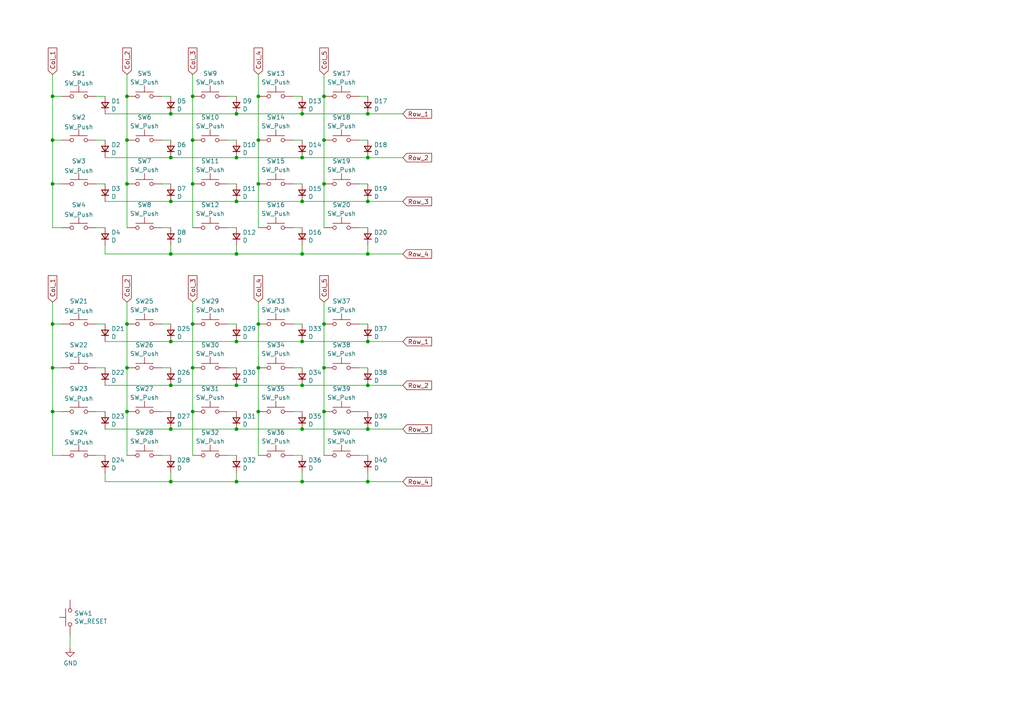
<source format=kicad_sch>
(kicad_sch (version 20230121) (generator eeschema)
  (paper "A4")
  (lib_symbols
    (symbol "Device:D_Small" (pin_numbers hide) (pin_names (offset 0.254) hide)
      (property "Reference" "D" (at -1.27 2.032 0))
      (property "Value" "D_Small" (at -3.81 -2.032 0))
      (symbol "D_Small_0_1"
        (polyline (pts (xy -0.762 -1.016) (xy -0.762 1.016)) (stroke (width 0.254)))
        (polyline (pts (xy -0.762 0) (xy 0.762 0)))
        (polyline (pts (xy 0.762 -1.016) (xy -0.762 0) (xy 0.762 1.016) (xy 0.762 -1.016)) (stroke (width 0.254)))
      )
      (symbol "D_Small_1_1"
        (pin passive line (at -2.54 0 0) (length 1.778) (name "K") (number "1"))
        (pin passive line (at 2.54 0 180) (length 1.778) (name "A") (number "2"))
      )
    )
    (symbol "Switch:SW_Push" (pin_numbers hide) (pin_names (offset 1.016) hide)
      (property "Reference" "SW" (at 1.27 2.54 0))
      (property "Value" "SW_Push" (at 0 -1.524 0))
      (symbol "SW_Push_0_1"
        (circle (center -2.032 0) (radius 0.508))
        (polyline (pts (xy 0 1.27) (xy 0 3.048)))
        (polyline (pts (xy 2.54 1.27) (xy -2.54 1.27)))
        (circle (center 2.032 0) (radius 0.508))
        (pin passive line (at -5.08 0 0) (length 2.54) (name "1") (number "1"))
        (pin passive line (at 5.08 0 180) (length 2.54) (name "2") (number "2"))
      )
    )
    (symbol "power:GND" (power) (pin_names (offset 0))
      (property "Value" "GND" (at 0 -3.81 0))
      (symbol "GND_0_1"
        (polyline (pts (xy 0 0) (xy 0 -1.27) (xy 1.27 -1.27) (xy 0 -2.54) (xy -1.27 -1.27) (xy 0 -1.27)))
      )
      (symbol "GND_1_1"
        (pin power_in line (at 0 0 270) (length 0) hide (name "GND") (number "1"))
      )
    )
  )
  (junction (at 74.93 53.34))
  (junction (at 68.58 111.76))
  (junction (at 68.58 45.72))
  (junction (at 55.88 119.38))
  (junction (at 15.24 93.98))
  (junction (at 87.63 73.66))
  (junction (at 68.58 139.7))
  (junction (at 68.58 99.06))
  (junction (at 87.63 33.02))
  (junction (at 106.68 111.76))
  (junction (at 36.83 106.68))
  (junction (at 49.53 58.42))
  (junction (at 36.83 119.38))
  (junction (at 106.68 45.72))
  (junction (at 93.98 27.94))
  (junction (at 49.53 73.66))
  (junction (at 55.88 53.34))
  (junction (at 87.63 58.42))
  (junction (at 106.68 73.66))
  (junction (at 55.88 40.64))
  (junction (at 87.63 111.76))
  (junction (at 93.98 119.38))
  (junction (at 36.83 93.98))
  (junction (at 68.58 124.46))
  (junction (at 106.68 139.7))
  (junction (at 36.83 53.34))
  (junction (at 15.24 53.34))
  (junction (at 74.93 40.64))
  (junction (at 15.24 119.38))
  (junction (at 74.93 93.98))
  (junction (at 87.63 45.72))
  (junction (at 15.24 106.68))
  (junction (at 93.98 53.34))
  (junction (at 49.53 99.06))
  (junction (at 106.68 58.42))
  (junction (at 55.88 106.68))
  (junction (at 74.93 27.94))
  (junction (at 55.88 93.98))
  (junction (at 93.98 93.98))
  (junction (at 93.98 106.68))
  (junction (at 49.53 139.7))
  (junction (at 106.68 124.46))
  (junction (at 106.68 33.02))
  (junction (at 49.53 33.02))
  (junction (at 15.24 27.94))
  (junction (at 68.58 58.42))
  (junction (at 106.68 99.06))
  (junction (at 49.53 124.46))
  (junction (at 55.88 27.94))
  (junction (at 68.58 73.66))
  (junction (at 74.93 106.68))
  (junction (at 87.63 99.06))
  (junction (at 68.58 33.02))
  (junction (at 49.53 45.72))
  (junction (at 15.24 40.64))
  (junction (at 36.83 40.64))
  (junction (at 87.63 124.46))
  (junction (at 36.83 27.94))
  (junction (at 93.98 40.64))
  (junction (at 49.53 111.76))
  (junction (at 74.93 119.38))
  (junction (at 87.63 139.7))
  (wire (pts (xy 93.98 93.98) (xy 93.98 106.68)))
  (wire (pts (xy 66.04 106.68) (xy 68.58 106.68)))
  (wire (pts (xy 55.88 119.38) (xy 55.88 132.08)))
  (wire (pts (xy 74.93 106.68) (xy 74.93 119.38)))
  (wire (pts (xy 68.58 73.66) (xy 87.63 73.66)))
  (wire (pts (xy 49.53 58.42) (xy 68.58 58.42)))
  (wire (pts (xy 27.94 27.94) (xy 30.48 27.94)))
  (wire (pts (xy 87.63 111.76) (xy 106.68 111.76)))
  (wire (pts (xy 104.14 106.68) (xy 106.68 106.68)))
  (wire (pts (xy 55.88 40.64) (xy 55.88 53.34)))
  (wire (pts (xy 30.48 111.76) (xy 49.53 111.76)))
  (wire (pts (xy 46.99 53.34) (xy 49.53 53.34)))
  (wire (pts (xy 27.94 66.04) (xy 30.48 66.04)))
  (wire (pts (xy 66.04 27.94) (xy 68.58 27.94)))
  (wire (pts (xy 93.98 53.34) (xy 93.98 66.04)))
  (wire (pts (xy 46.99 93.98) (xy 49.53 93.98)))
  (wire (pts (xy 36.83 27.94) (xy 36.83 40.64)))
  (wire (pts (xy 15.24 106.68) (xy 17.78 106.68)))
  (wire (pts (xy 15.24 27.94) (xy 17.78 27.94)))
  (wire (pts (xy 46.99 106.68) (xy 49.53 106.68)))
  (wire (pts (xy 85.09 132.08) (xy 87.63 132.08)))
  (wire (pts (xy 49.53 33.02) (xy 68.58 33.02)))
  (wire (pts (xy 15.24 119.38) (xy 17.78 119.38)))
  (wire (pts (xy 106.68 99.06) (xy 116.84 99.06)))
  (wire (pts (xy 20.32 184.15) (xy 20.32 187.96)))
  (wire (pts (xy 104.14 66.04) (xy 106.68 66.04)))
  (wire (pts (xy 85.09 66.04) (xy 87.63 66.04)))
  (wire (pts (xy 55.88 27.94) (xy 55.88 40.64)))
  (wire (pts (xy 85.09 40.64) (xy 87.63 40.64)))
  (wire (pts (xy 68.58 137.16) (xy 68.58 139.7)))
  (wire (pts (xy 93.98 119.38) (xy 93.98 132.08)))
  (wire (pts (xy 15.24 93.98) (xy 15.24 106.68)))
  (wire (pts (xy 15.24 66.04) (xy 17.78 66.04)))
  (wire (pts (xy 106.68 45.72) (xy 116.84 45.72)))
  (wire (pts (xy 74.93 53.34) (xy 74.93 66.04)))
  (wire (pts (xy 106.68 58.42) (xy 116.84 58.42)))
  (wire (pts (xy 106.68 71.12) (xy 106.68 73.66)))
  (wire (pts (xy 74.93 21.59) (xy 74.93 27.94)))
  (wire (pts (xy 30.48 139.7) (xy 49.53 139.7)))
  (wire (pts (xy 55.88 21.59) (xy 55.88 27.94)))
  (wire (pts (xy 104.14 27.94) (xy 106.68 27.94)))
  (wire (pts (xy 15.24 40.64) (xy 15.24 53.34)))
  (wire (pts (xy 93.98 40.64) (xy 93.98 53.34)))
  (wire (pts (xy 36.83 40.64) (xy 36.83 53.34)))
  (wire (pts (xy 87.63 137.16) (xy 87.63 139.7)))
  (wire (pts (xy 106.68 33.02) (xy 116.84 33.02)))
  (wire (pts (xy 30.48 58.42) (xy 49.53 58.42)))
  (wire (pts (xy 66.04 119.38) (xy 68.58 119.38)))
  (wire (pts (xy 93.98 106.68) (xy 93.98 119.38)))
  (wire (pts (xy 85.09 106.68) (xy 87.63 106.68)))
  (wire (pts (xy 74.93 119.38) (xy 74.93 132.08)))
  (wire (pts (xy 66.04 66.04) (xy 68.58 66.04)))
  (wire (pts (xy 49.53 124.46) (xy 68.58 124.46)))
  (wire (pts (xy 87.63 71.12) (xy 87.63 73.66)))
  (wire (pts (xy 27.94 119.38) (xy 30.48 119.38)))
  (wire (pts (xy 66.04 53.34) (xy 68.58 53.34)))
  (wire (pts (xy 15.24 53.34) (xy 17.78 53.34)))
  (wire (pts (xy 87.63 124.46) (xy 106.68 124.46)))
  (wire (pts (xy 15.24 53.34) (xy 15.24 66.04)))
  (wire (pts (xy 27.94 93.98) (xy 30.48 93.98)))
  (wire (pts (xy 15.24 132.08) (xy 17.78 132.08)))
  (wire (pts (xy 46.99 40.64) (xy 49.53 40.64)))
  (wire (pts (xy 104.14 119.38) (xy 106.68 119.38)))
  (wire (pts (xy 74.93 40.64) (xy 74.93 53.34)))
  (wire (pts (xy 27.94 132.08) (xy 30.48 132.08)))
  (wire (pts (xy 68.58 71.12) (xy 68.58 73.66)))
  (wire (pts (xy 49.53 99.06) (xy 68.58 99.06)))
  (wire (pts (xy 49.53 111.76) (xy 68.58 111.76)))
  (wire (pts (xy 55.88 53.34) (xy 55.88 66.04)))
  (wire (pts (xy 15.24 119.38) (xy 15.24 132.08)))
  (wire (pts (xy 30.48 45.72) (xy 49.53 45.72)))
  (wire (pts (xy 30.48 124.46) (xy 49.53 124.46)))
  (wire (pts (xy 49.53 71.12) (xy 49.53 73.66)))
  (wire (pts (xy 74.93 93.98) (xy 74.93 106.68)))
  (wire (pts (xy 106.68 124.46) (xy 116.84 124.46)))
  (wire (pts (xy 49.53 137.16) (xy 49.53 139.7)))
  (wire (pts (xy 74.93 27.94) (xy 74.93 40.64)))
  (wire (pts (xy 68.58 124.46) (xy 87.63 124.46)))
  (wire (pts (xy 27.94 53.34) (xy 30.48 53.34)))
  (wire (pts (xy 15.24 21.59) (xy 15.24 27.94)))
  (wire (pts (xy 68.58 139.7) (xy 87.63 139.7)))
  (wire (pts (xy 46.99 132.08) (xy 49.53 132.08)))
  (wire (pts (xy 85.09 53.34) (xy 87.63 53.34)))
  (wire (pts (xy 85.09 27.94) (xy 87.63 27.94)))
  (wire (pts (xy 15.24 27.94) (xy 15.24 40.64)))
  (wire (pts (xy 36.83 119.38) (xy 36.83 132.08)))
  (wire (pts (xy 30.48 33.02) (xy 49.53 33.02)))
  (wire (pts (xy 68.58 45.72) (xy 87.63 45.72)))
  (wire (pts (xy 46.99 27.94) (xy 49.53 27.94)))
  (wire (pts (xy 30.48 73.66) (xy 49.53 73.66)))
  (wire (pts (xy 66.04 93.98) (xy 68.58 93.98)))
  (wire (pts (xy 106.68 111.76) (xy 116.84 111.76)))
  (wire (pts (xy 36.83 93.98) (xy 36.83 106.68)))
  (wire (pts (xy 104.14 53.34) (xy 106.68 53.34)))
  (wire (pts (xy 104.14 132.08) (xy 106.68 132.08)))
  (wire (pts (xy 30.48 137.16) (xy 30.48 139.7)))
  (wire (pts (xy 36.83 21.59) (xy 36.83 27.94)))
  (wire (pts (xy 15.24 40.64) (xy 17.78 40.64)))
  (wire (pts (xy 85.09 93.98) (xy 87.63 93.98)))
  (wire (pts (xy 46.99 66.04) (xy 49.53 66.04)))
  (wire (pts (xy 68.58 111.76) (xy 87.63 111.76)))
  (wire (pts (xy 93.98 27.94) (xy 93.98 40.64)))
  (wire (pts (xy 85.09 119.38) (xy 87.63 119.38)))
  (wire (pts (xy 55.88 106.68) (xy 55.88 119.38)))
  (wire (pts (xy 27.94 40.64) (xy 30.48 40.64)))
  (wire (pts (xy 87.63 58.42) (xy 106.68 58.42)))
  (wire (pts (xy 93.98 87.63) (xy 93.98 93.98)))
  (wire (pts (xy 104.14 93.98) (xy 106.68 93.98)))
  (wire (pts (xy 55.88 87.63) (xy 55.88 93.98)))
  (wire (pts (xy 87.63 99.06) (xy 106.68 99.06)))
  (wire (pts (xy 106.68 139.7) (xy 116.84 139.7)))
  (wire (pts (xy 30.48 99.06) (xy 49.53 99.06)))
  (wire (pts (xy 106.68 137.16) (xy 106.68 139.7)))
  (wire (pts (xy 66.04 40.64) (xy 68.58 40.64)))
  (wire (pts (xy 106.68 73.66) (xy 116.84 73.66)))
  (wire (pts (xy 87.63 45.72) (xy 106.68 45.72)))
  (wire (pts (xy 49.53 45.72) (xy 68.58 45.72)))
  (wire (pts (xy 49.53 73.66) (xy 68.58 73.66)))
  (wire (pts (xy 66.04 132.08) (xy 68.58 132.08)))
  (wire (pts (xy 36.83 87.63) (xy 36.83 93.98)))
  (wire (pts (xy 68.58 33.02) (xy 87.63 33.02)))
  (wire (pts (xy 104.14 40.64) (xy 106.68 40.64)))
  (wire (pts (xy 68.58 58.42) (xy 87.63 58.42)))
  (wire (pts (xy 93.98 21.59) (xy 93.98 27.94)))
  (wire (pts (xy 30.48 71.12) (xy 30.48 73.66)))
  (wire (pts (xy 15.24 93.98) (xy 17.78 93.98)))
  (wire (pts (xy 87.63 73.66) (xy 106.68 73.66)))
  (wire (pts (xy 15.24 106.68) (xy 15.24 119.38)))
  (wire (pts (xy 74.93 87.63) (xy 74.93 93.98)))
  (wire (pts (xy 87.63 139.7) (xy 106.68 139.7)))
  (wire (pts (xy 49.53 139.7) (xy 68.58 139.7)))
  (wire (pts (xy 27.94 106.68) (xy 30.48 106.68)))
  (wire (pts (xy 36.83 106.68) (xy 36.83 119.38)))
  (wire (pts (xy 55.88 93.98) (xy 55.88 106.68)))
  (wire (pts (xy 68.58 99.06) (xy 87.63 99.06)))
  (wire (pts (xy 46.99 119.38) (xy 49.53 119.38)))
  (wire (pts (xy 87.63 33.02) (xy 106.68 33.02)))
  (wire (pts (xy 15.24 87.63) (xy 15.24 93.98)))
  (wire (pts (xy 36.83 53.34) (xy 36.83 66.04)))
  (global_label "Row_4" (shape input) (at 116.84 73.66 0) (property "Intersheetrefs" "${INTERSHEET_REFS}" (effects hide)))
  (global_label "Row_1" (shape input) (at 116.84 33.02 0) (property "Intersheetrefs" "${INTERSHEET_REFS}" (effects hide)))
  (global_label "Row_3" (shape input) (at 116.84 58.42 0) (property "Intersheetrefs" "${INTERSHEET_REFS}" (effects hide)))
  (global_label "Col_3" (shape input) (at 55.88 21.59 90) (property "Intersheetrefs" "${INTERSHEET_REFS}" (effects hide)))
  (global_label "Col_4" (shape input) (at 74.93 21.59 90) (property "Intersheetrefs" "${INTERSHEET_REFS}" (effects hide)))
  (global_label "Row_2" (shape input) (at 116.84 111.76 0) (property "Intersheetrefs" "${INTERSHEET_REFS}" (effects hide)))
  (global_label "Row_4" (shape input) (at 116.84 139.7 0) (property "Intersheetrefs" "${INTERSHEET_REFS}" (effects hide)))
  (global_label "Col_1" (shape input) (at 15.24 87.63 90) (property "Intersheetrefs" "${INTERSHEET_REFS}" (effects hide)))
  (global_label "Row_2" (shape input) (at 116.84 45.72 0) (property "Intersheetrefs" "${INTERSHEET_REFS}" (effects hide)))
  (global_label "Col_5" (shape input) (at 93.98 21.59 90) (property "Intersheetrefs" "${INTERSHEET_REFS}" (effects hide)))
  (global_label "Row_3" (shape input) (at 116.84 124.46 0) (property "Intersheetrefs" "${INTERSHEET_REFS}" (effects hide)))
  (global_label "Col_4" (shape input) (at 74.93 87.63 90) (property "Intersheetrefs" "${INTERSHEET_REFS}" (effects hide)))
  (global_label "Col_2" (shape input) (at 36.83 21.59 90) (property "Intersheetrefs" "${INTERSHEET_REFS}" (effects hide)))
  (global_label "Row_1" (shape input) (at 116.84 99.06 0) (property "Intersheetrefs" "${INTERSHEET_REFS}" (effects hide)))
  (global_label "Col_1" (shape input) (at 15.24 21.59 90) (property "Intersheetrefs" "${INTERSHEET_REFS}" (effects hide)))
  (global_label "Col_2" (shape input) (at 36.83 87.63 90) (property "Intersheetrefs" "${INTERSHEET_REFS}" (effects hide)))
  (global_label "Col_5" (shape input) (at 93.98 87.63 90) (property "Intersheetrefs" "${INTERSHEET_REFS}" (effects hide)))
  (global_label "Col_3" (shape input) (at 55.88 87.63 90) (property "Intersheetrefs" "${INTERSHEET_REFS}" (effects hide)))
  (symbol (lib_id "Switch:SW_Push") (at 41.91 132.08 0) (unit 1)
    (property "Reference" "SW28" (at 41.91 125.4592 0))
    (property "Value" "SW_Push" (at 41.91 127.9961 0))
    (property "Footprint" "MX_Only:MXOnly-1U-Hotswap" (effects hide))
  )
  (symbol (lib_id "Switch:SW_Push") (at 99.06 93.98 0) (unit 1)
    (property "Reference" "SW37" (at 99.06 87.3592 0))
    (property "Value" "SW_Push" (at 99.06 89.8961 0))
    (property "Footprint" "MX_Only:MXOnly-1U-Hotswap" (effects hide))
  )
  (symbol (lib_id "Device:D_Small") (at 68.58 68.58 90) (unit 1)
    (property "Reference" "D12" (at 70.358 67.4116 90) (effects (justify right)))
    (property "Value" "D" (at 70.358 69.723 90) (effects (justify right)))
    (property "Footprint" "Diode_SMD:D_SOD-123" (effects hide))
  )
  (symbol (lib_id "Switch:SW_Push") (at 41.91 106.68 0) (unit 1)
    (property "Reference" "SW26" (at 41.91 100.0592 0))
    (property "Value" "SW_Push" (at 41.91 102.5961 0))
    (property "Footprint" "MX_Only:MXOnly-1U-Hotswap" (effects hide))
  )
  (symbol (lib_id "Switch:SW_Push") (at 41.91 27.94 0) (unit 1)
    (property "Reference" "SW5" (at 41.91 21.3192 0))
    (property "Value" "SW_Push" (at 41.91 23.8561 0))
    (property "Footprint" "MX_Only:MXOnly-1U-Hotswap" (effects hide))
  )
  (symbol (lib_id "Switch:SW_Push") (at 60.96 27.94 0) (unit 1)
    (property "Reference" "SW9" (at 60.96 21.3192 0))
    (property "Value" "SW_Push" (at 60.96 23.8561 0))
    (property "Footprint" "MX_Only:MXOnly-1U-Hotswap" (effects hide))
  )
  (symbol (lib_id "Switch:SW_Push") (at 41.91 66.04 0) (unit 1)
    (property "Reference" "SW8" (at 41.91 59.4192 0))
    (property "Value" "SW_Push" (at 41.91 61.9561 0))
    (property "Footprint" "MX_Only:MXOnly-1U-Hotswap" (effects hide))
  )
  (symbol (lib_id "Device:D_Small") (at 106.68 134.62 90) (unit 1)
    (property "Reference" "D40" (at 108.458 133.4516 90) (effects (justify right)))
    (property "Value" "D" (at 108.458 135.763 90) (effects (justify right)))
    (property "Footprint" "Diode_SMD:D_SOD-123" (effects hide))
  )
  (symbol (lib_id "Device:D_Small") (at 68.58 30.48 90) (unit 1)
    (property "Reference" "D9" (at 70.358 29.3116 90) (effects (justify right)))
    (property "Value" "D" (at 70.358 31.623 90) (effects (justify right)))
    (property "Footprint" "Diode_SMD:D_SOD-123" (effects hide))
  )
  (symbol (lib_id "Switch:SW_Push") (at 80.01 27.94 0) (unit 1)
    (property "Reference" "SW13" (at 80.01 21.3192 0))
    (property "Value" "SW_Push" (at 80.01 23.8561 0))
    (property "Footprint" "MX_Only:MXOnly-1U-Hotswap" (effects hide))
  )
  (symbol (lib_id "Switch:SW_Push") (at 41.91 119.38 0) (unit 1)
    (property "Reference" "SW27" (at 41.91 112.7592 0))
    (property "Value" "SW_Push" (at 41.91 115.2961 0))
    (property "Footprint" "MX_Only:MXOnly-1U-Hotswap" (effects hide))
  )
  (symbol (lib_id "Switch:SW_Push") (at 99.06 132.08 0) (unit 1)
    (property "Reference" "SW40" (at 99.06 125.4592 0))
    (property "Value" "SW_Push" (at 99.06 127.9961 0))
    (property "Footprint" "MX_Only:MXOnly-1U-Hotswap" (effects hide))
  )
  (symbol (lib_id "Device:D_Small") (at 68.58 109.22 90) (unit 1)
    (property "Reference" "D30" (at 70.358 108.0516 90) (effects (justify right)))
    (property "Value" "D" (at 70.358 110.363 90) (effects (justify right)))
    (property "Footprint" "Diode_SMD:D_SOD-123" (effects hide))
  )
  (symbol (lib_id "Switch:SW_Push") (at 22.86 40.64 0) (unit 1)
    (property "Reference" "SW2" (at 22.86 34.0192 0))
    (property "Value" "SW_Push" (at 22.86 36.83 0))
    (property "Footprint" "MX_Only:MXOnly-1U-Hotswap" (effects hide))
  )
  (symbol (lib_id "Device:D_Small") (at 30.48 30.48 90) (unit 1)
    (property "Reference" "D1" (at 32.258 29.3116 90) (effects (justify right)))
    (property "Value" "D" (at 32.258 31.623 90) (effects (justify right)))
    (property "Footprint" "Diode_SMD:D_SOD-123" (effects hide))
  )
  (symbol (lib_id "Switch:SW_Push") (at 80.01 119.38 0) (unit 1)
    (property "Reference" "SW35" (at 80.01 112.7592 0))
    (property "Value" "SW_Push" (at 80.01 115.2961 0))
    (property "Footprint" "MX_Only:MXOnly-1U-Hotswap" (effects hide))
  )
  (symbol (lib_id "Device:D_Small") (at 30.48 121.92 90) (unit 1)
    (property "Reference" "D23" (at 32.258 120.7516 90) (effects (justify right)))
    (property "Value" "D" (at 32.258 123.063 90) (effects (justify right)))
    (property "Footprint" "Diode_SMD:D_SOD-123" (effects hide))
  )
  (symbol (lib_id "Device:D_Small") (at 87.63 30.48 90) (unit 1)
    (property "Reference" "D13" (at 89.408 29.3116 90) (effects (justify right)))
    (property "Value" "D" (at 89.408 31.623 90) (effects (justify right)))
    (property "Footprint" "Diode_SMD:D_SOD-123" (effects hide))
  )
  (symbol (lib_id "Switch:SW_Push") (at 99.06 53.34 0) (unit 1)
    (property "Reference" "SW19" (at 99.06 46.7192 0))
    (property "Value" "SW_Push" (at 99.06 49.2561 0))
    (property "Footprint" "MX_Only:MXOnly-1U-Hotswap" (effects hide))
  )
  (symbol (lib_id "Switch:SW_Push") (at 80.01 40.64 0) (unit 1)
    (property "Reference" "SW14" (at 80.01 34.0192 0))
    (property "Value" "SW_Push" (at 80.01 36.5561 0))
    (property "Footprint" "MX_Only:MXOnly-1U-Hotswap" (effects hide))
  )
  (symbol (lib_id "Device:D_Small") (at 87.63 96.52 90) (unit 1)
    (property "Reference" "D33" (at 89.408 95.3516 90) (effects (justify right)))
    (property "Value" "D" (at 89.408 97.663 90) (effects (justify right)))
    (property "Footprint" "Diode_SMD:D_SOD-123" (effects hide))
  )
  (symbol (lib_id "Device:D_Small") (at 49.53 96.52 90) (unit 1)
    (property "Reference" "D25" (at 51.308 95.3516 90) (effects (justify right)))
    (property "Value" "D" (at 51.308 97.663 90) (effects (justify right)))
    (property "Footprint" "Diode_SMD:D_SOD-123" (effects hide))
  )
  (symbol (lib_id "Switch:SW_Push") (at 60.96 40.64 0) (unit 1)
    (property "Reference" "SW10" (at 60.96 34.0192 0))
    (property "Value" "SW_Push" (at 60.96 36.5561 0))
    (property "Footprint" "MX_Only:MXOnly-1U-Hotswap" (effects hide))
  )
  (symbol (lib_id "Device:D_Small") (at 68.58 121.92 90) (unit 1)
    (property "Reference" "D31" (at 70.358 120.7516 90) (effects (justify right)))
    (property "Value" "D" (at 70.358 123.063 90) (effects (justify right)))
    (property "Footprint" "Diode_SMD:D_SOD-123" (effects hide))
  )
  (symbol (lib_id "Switch:SW_Push") (at 99.06 27.94 0) (unit 1)
    (property "Reference" "SW17" (at 99.06 21.3192 0))
    (property "Value" "SW_Push" (at 99.06 23.8561 0))
    (property "Footprint" "MX_Only:MXOnly-1U-Hotswap" (effects hide))
  )
  (symbol (lib_id "power:GND") (at 20.32 187.96 0) (unit 1)
    (property "Reference" "#PWR08" (effects hide))
    (property "Value" "GND" (at 20.447 192.3542 0))
  )
  (symbol (lib_id "Switch:SW_Push") (at 80.01 106.68 0) (unit 1)
    (property "Reference" "SW34" (at 80.01 100.0592 0))
    (property "Value" "SW_Push" (at 80.01 102.5961 0))
    (property "Footprint" "MX_Only:MXOnly-1U-Hotswap" (effects hide))
  )
  (symbol (lib_id "Device:D_Small") (at 30.48 68.58 90) (unit 1)
    (property "Reference" "D4" (at 32.258 67.4116 90) (effects (justify right)))
    (property "Value" "D" (at 32.258 69.723 90) (effects (justify right)))
    (property "Footprint" "Diode_SMD:D_SOD-123" (effects hide))
  )
  (symbol (lib_id "Device:D_Small") (at 49.53 30.48 90) (unit 1)
    (property "Reference" "D5" (at 51.308 29.3116 90) (effects (justify right)))
    (property "Value" "D" (at 51.308 31.623 90) (effects (justify right)))
    (property "Footprint" "Diode_SMD:D_SOD-123" (effects hide))
  )
  (symbol (lib_id "Switch:SW_Push") (at 80.01 66.04 0) (unit 1)
    (property "Reference" "SW16" (at 80.01 59.4192 0))
    (property "Value" "SW_Push" (at 80.01 61.9561 0))
    (property "Footprint" "MX_Only:MXOnly-1U-Hotswap" (effects hide))
  )
  (symbol (lib_id "Switch:SW_Push") (at 41.91 93.98 0) (unit 1)
    (property "Reference" "SW25" (at 41.91 87.3592 0))
    (property "Value" "SW_Push" (at 41.91 89.8961 0))
    (property "Footprint" "MX_Only:MXOnly-1U-Hotswap" (effects hide))
  )
  (symbol (lib_id "Switch:SW_Push") (at 60.96 119.38 0) (unit 1)
    (property "Reference" "SW31" (at 60.96 112.7592 0))
    (property "Value" "SW_Push" (at 60.96 115.2961 0))
    (property "Footprint" "MX_Only:MXOnly-1U-Hotswap" (effects hide))
  )
  (symbol (lib_id "Device:D_Small") (at 106.68 68.58 90) (unit 1)
    (property "Reference" "D20" (at 108.458 67.4116 90) (effects (justify right)))
    (property "Value" "D" (at 108.458 69.723 90) (effects (justify right)))
    (property "Footprint" "Diode_SMD:D_SOD-123" (effects hide))
  )
  (symbol (lib_id "Device:D_Small") (at 106.68 109.22 90) (unit 1)
    (property "Reference" "D38" (at 108.458 108.0516 90) (effects (justify right)))
    (property "Value" "D" (at 108.458 110.363 90) (effects (justify right)))
    (property "Footprint" "Diode_SMD:D_SOD-123" (effects hide))
  )
  (symbol (lib_id "Device:D_Small") (at 30.48 109.22 90) (unit 1)
    (property "Reference" "D22" (at 32.258 108.0516 90) (effects (justify right)))
    (property "Value" "D" (at 32.258 110.363 90) (effects (justify right)))
    (property "Footprint" "Diode_SMD:D_SOD-123" (effects hide))
  )
  (symbol (lib_id "Device:D_Small") (at 49.53 109.22 90) (unit 1)
    (property "Reference" "D26" (at 51.308 108.0516 90) (effects (justify right)))
    (property "Value" "D" (at 51.308 110.363 90) (effects (justify right)))
    (property "Footprint" "Diode_SMD:D_SOD-123" (effects hide))
  )
  (symbol (lib_id "Device:D_Small") (at 106.68 96.52 90) (unit 1)
    (property "Reference" "D37" (at 108.458 95.3516 90) (effects (justify right)))
    (property "Value" "D" (at 108.458 97.663 90) (effects (justify right)))
    (property "Footprint" "Diode_SMD:D_SOD-123" (effects hide))
  )
  (symbol (lib_id "Device:D_Small") (at 87.63 68.58 90) (unit 1)
    (property "Reference" "D16" (at 89.408 67.4116 90) (effects (justify right)))
    (property "Value" "D" (at 89.408 69.723 90) (effects (justify right)))
    (property "Footprint" "Diode_SMD:D_SOD-123" (effects hide))
  )
  (symbol (lib_id "Device:D_Small") (at 49.53 121.92 90) (unit 1)
    (property "Reference" "D27" (at 51.308 120.7516 90) (effects (justify right)))
    (property "Value" "D" (at 51.308 123.063 90) (effects (justify right)))
    (property "Footprint" "Diode_SMD:D_SOD-123" (effects hide))
  )
  (symbol (lib_id "Device:D_Small") (at 68.58 43.18 90) (unit 1)
    (property "Reference" "D10" (at 70.358 42.0116 90) (effects (justify right)))
    (property "Value" "D" (at 70.358 44.323 90) (effects (justify right)))
    (property "Footprint" "Diode_SMD:D_SOD-123" (effects hide))
  )
  (symbol (lib_id "Switch:SW_Push") (at 22.86 119.38 0) (unit 1)
    (property "Reference" "SW23" (at 22.86 112.7592 0))
    (property "Value" "SW_Push" (at 22.86 115.57 0))
    (property "Footprint" "MX_Only:MXOnly-1U-Hotswap" (effects hide))
  )
  (symbol (lib_id "Switch:SW_Push") (at 60.96 66.04 0) (unit 1)
    (property "Reference" "SW12" (at 60.96 59.4192 0))
    (property "Value" "SW_Push" (at 60.96 61.9561 0))
    (property "Footprint" "MX_Only:MXOnly-1U-Hotswap" (effects hide))
  )
  (symbol (lib_id "Device:D_Small") (at 30.48 43.18 90) (unit 1)
    (property "Reference" "D2" (at 32.258 42.0116 90) (effects (justify right)))
    (property "Value" "D" (at 32.258 44.323 90) (effects (justify right)))
    (property "Footprint" "Diode_SMD:D_SOD-123" (effects hide))
  )
  (symbol (lib_id "Switch:SW_Push") (at 99.06 106.68 0) (unit 1)
    (property "Reference" "SW38" (at 99.06 100.0592 0))
    (property "Value" "SW_Push" (at 99.06 102.5961 0))
    (property "Footprint" "MX_Only:MXOnly-1U-Hotswap" (effects hide))
  )
  (symbol (lib_id "Switch:SW_Push") (at 99.06 119.38 0) (unit 1)
    (property "Reference" "SW39" (at 99.06 112.7592 0))
    (property "Value" "SW_Push" (at 99.06 115.2961 0))
    (property "Footprint" "MX_Only:MXOnly-1U-Hotswap" (effects hide))
  )
  (symbol (lib_id "Switch:SW_Push") (at 80.01 93.98 0) (unit 1)
    (property "Reference" "SW33" (at 80.01 87.3592 0))
    (property "Value" "SW_Push" (at 80.01 89.8961 0))
    (property "Footprint" "MX_Only:MXOnly-1U-Hotswap" (effects hide))
  )
  (symbol (lib_id "Device:D_Small") (at 68.58 134.62 90) (unit 1)
    (property "Reference" "D32" (at 70.358 133.4516 90) (effects (justify right)))
    (property "Value" "D" (at 70.358 135.763 90) (effects (justify right)))
    (property "Footprint" "Diode_SMD:D_SOD-123" (effects hide))
  )
  (symbol (lib_id "Switch:SW_Push") (at 99.06 40.64 0) (unit 1)
    (property "Reference" "SW18" (at 99.06 34.0192 0))
    (property "Value" "SW_Push" (at 99.06 36.5561 0))
    (property "Footprint" "MX_Only:MXOnly-1U-Hotswap" (effects hide))
  )
  (symbol (lib_id "Device:D_Small") (at 49.53 68.58 90) (unit 1)
    (property "Reference" "D8" (at 51.308 67.4116 90) (effects (justify right)))
    (property "Value" "D" (at 51.308 69.723 90) (effects (justify right)))
    (property "Footprint" "Diode_SMD:D_SOD-123" (effects hide))
  )
  (symbol (lib_id "Device:D_Small") (at 87.63 121.92 90) (unit 1)
    (property "Reference" "D35" (at 89.408 120.7516 90) (effects (justify right)))
    (property "Value" "D" (at 89.408 123.063 90) (effects (justify right)))
    (property "Footprint" "Diode_SMD:D_SOD-123" (effects hide))
  )
  (symbol (lib_id "Switch:SW_Push") (at 80.01 53.34 0) (unit 1)
    (property "Reference" "SW15" (at 80.01 46.7192 0))
    (property "Value" "SW_Push" (at 80.01 49.2561 0))
    (property "Footprint" "MX_Only:MXOnly-1U-Hotswap" (effects hide))
  )
  (symbol (lib_id "Switch:SW_Push") (at 22.86 66.04 0) (unit 1)
    (property "Reference" "SW4" (at 22.86 59.4192 0))
    (property "Value" "SW_Push" (at 22.86 62.23 0))
    (property "Footprint" "MX_Only:MXOnly-1U-Hotswap" (effects hide))
  )
  (symbol (lib_id "Switch:SW_Push") (at 20.32 179.07 90) (unit 1)
    (property "Reference" "SW41" (at 21.5392 177.9016 90) (effects (justify right)))
    (property "Value" "SW_RESET" (at 21.5392 180.213 90) (effects (justify right)))
    (property "Footprint" "MX_Only:MXOnly-1U-Hotswap" (effects hide))
  )
  (symbol (lib_id "Switch:SW_Push") (at 22.86 132.08 0) (unit 1)
    (property "Reference" "SW24" (at 22.86 125.4592 0))
    (property "Value" "SW_Push" (at 22.86 128.27 0))
    (property "Footprint" "MX_Only:MXOnly-1U-Hotswap" (effects hide))
  )
  (symbol (lib_id "Device:D_Small") (at 68.58 96.52 90) (unit 1)
    (property "Reference" "D29" (at 70.358 95.3516 90) (effects (justify right)))
    (property "Value" "D" (at 70.358 97.663 90) (effects (justify right)))
    (property "Footprint" "Diode_SMD:D_SOD-123" (effects hide))
  )
  (symbol (lib_id "Device:D_Small") (at 87.63 134.62 90) (unit 1)
    (property "Reference" "D36" (at 89.408 133.4516 90) (effects (justify right)))
    (property "Value" "D" (at 89.408 135.763 90) (effects (justify right)))
    (property "Footprint" "Diode_SMD:D_SOD-123" (effects hide))
  )
  (symbol (lib_id "Switch:SW_Push") (at 60.96 93.98 0) (unit 1)
    (property "Reference" "SW29" (at 60.96 87.3592 0))
    (property "Value" "SW_Push" (at 60.96 89.8961 0))
    (property "Footprint" "MX_Only:MXOnly-1U-Hotswap" (effects hide))
  )
  (symbol (lib_id "Device:D_Small") (at 30.48 96.52 90) (unit 1)
    (property "Reference" "D21" (at 32.258 95.3516 90) (effects (justify right)))
    (property "Value" "D" (at 32.258 97.663 90) (effects (justify right)))
    (property "Footprint" "Diode_SMD:D_SOD-123" (effects hide))
  )
  (symbol (lib_id "Switch:SW_Push") (at 60.96 53.34 0) (unit 1)
    (property "Reference" "SW11" (at 60.96 46.7192 0))
    (property "Value" "SW_Push" (at 60.96 49.2561 0))
    (property "Footprint" "MX_Only:MXOnly-1U-Hotswap" (effects hide))
  )
  (symbol (lib_id "Device:D_Small") (at 49.53 55.88 90) (unit 1)
    (property "Reference" "D7" (at 51.308 54.7116 90) (effects (justify right)))
    (property "Value" "D" (at 51.308 57.023 90) (effects (justify right)))
    (property "Footprint" "Diode_SMD:D_SOD-123" (effects hide))
  )
  (symbol (lib_id "Device:D_Small") (at 49.53 134.62 90) (unit 1)
    (property "Reference" "D28" (at 51.308 133.4516 90) (effects (justify right)))
    (property "Value" "D" (at 51.308 135.763 90) (effects (justify right)))
    (property "Footprint" "Diode_SMD:D_SOD-123" (effects hide))
  )
  (symbol (lib_id "Device:D_Small") (at 30.48 55.88 90) (unit 1)
    (property "Reference" "D3" (at 32.258 54.7116 90) (effects (justify right)))
    (property "Value" "D" (at 32.258 57.023 90) (effects (justify right)))
    (property "Footprint" "Diode_SMD:D_SOD-123" (effects hide))
  )
  (symbol (lib_id "Switch:SW_Push") (at 41.91 40.64 0) (unit 1)
    (property "Reference" "SW6" (at 41.91 34.0192 0))
    (property "Value" "SW_Push" (at 41.91 36.5561 0))
    (property "Footprint" "MX_Only:MXOnly-1U-Hotswap" (effects hide))
  )
  (symbol (lib_id "Switch:SW_Push") (at 60.96 132.08 0) (unit 1)
    (property "Reference" "SW32" (at 60.96 125.4592 0))
    (property "Value" "SW_Push" (at 60.96 127.9961 0))
    (property "Footprint" "MX_Only:MXOnly-1U-Hotswap" (effects hide))
  )
  (symbol (lib_id "Switch:SW_Push") (at 80.01 132.08 0) (unit 1)
    (property "Reference" "SW36" (at 80.01 125.4592 0))
    (property "Value" "SW_Push" (at 80.01 127.9961 0))
    (property "Footprint" "MX_Only:MXOnly-1U-Hotswap" (effects hide))
  )
  (symbol (lib_id "Device:D_Small") (at 68.58 55.88 90) (unit 1)
    (property "Reference" "D11" (at 70.358 54.7116 90) (effects (justify right)))
    (property "Value" "D" (at 70.358 57.023 90) (effects (justify right)))
    (property "Footprint" "Diode_SMD:D_SOD-123" (effects hide))
  )
  (symbol (lib_id "Device:D_Small") (at 49.53 43.18 90) (unit 1)
    (property "Reference" "D6" (at 51.308 42.0116 90) (effects (justify right)))
    (property "Value" "D" (at 51.308 44.323 90) (effects (justify right)))
    (property "Footprint" "Diode_SMD:D_SOD-123" (effects hide))
  )
  (symbol (lib_id "Device:D_Small") (at 30.48 134.62 90) (unit 1)
    (property "Reference" "D24" (at 32.258 133.4516 90) (effects (justify right)))
    (property "Value" "D" (at 32.258 135.763 90) (effects (justify right)))
    (property "Footprint" "Diode_SMD:D_SOD-123" (effects hide))
  )
  (symbol (lib_id "Switch:SW_Push") (at 22.86 27.94 0) (unit 1)
    (property "Reference" "SW1" (at 22.86 21.3192 0))
    (property "Value" "SW_Push" (at 22.86 24.13 0))
    (property "Footprint" "MX_Only:MXOnly-1U-Hotswap" (effects hide))
  )
  (symbol (lib_id "Device:D_Small") (at 87.63 55.88 90) (unit 1)
    (property "Reference" "D15" (at 89.408 54.7116 90) (effects (justify right)))
    (property "Value" "D" (at 89.408 57.023 90) (effects (justify right)))
    (property "Footprint" "Diode_SMD:D_SOD-123" (effects hide))
  )
  (symbol (lib_id "Switch:SW_Push") (at 22.86 93.98 0) (unit 1)
    (property "Reference" "SW21" (at 22.86 87.3592 0))
    (property "Value" "SW_Push" (at 22.86 90.17 0))
    (property "Footprint" "MX_Only:MXOnly-1U-Hotswap" (effects hide))
  )
  (symbol (lib_id "Device:D_Small") (at 87.63 43.18 90) (unit 1)
    (property "Reference" "D14" (at 89.408 42.0116 90) (effects (justify right)))
    (property "Value" "D" (at 89.408 44.323 90) (effects (justify right)))
    (property "Footprint" "Diode_SMD:D_SOD-123" (effects hide))
  )
  (symbol (lib_id "Switch:SW_Push") (at 60.96 106.68 0) (unit 1)
    (property "Reference" "SW30" (at 60.96 100.0592 0))
    (property "Value" "SW_Push" (at 60.96 102.5961 0))
    (property "Footprint" "MX_Only:MXOnly-1U-Hotswap" (effects hide))
  )
  (symbol (lib_id "Switch:SW_Push") (at 22.86 106.68 0) (unit 1)
    (property "Reference" "SW22" (at 22.86 100.0592 0))
    (property "Value" "SW_Push" (at 22.86 102.87 0))
    (property "Footprint" "MX_Only:MXOnly-1U-Hotswap" (effects hide))
  )
  (symbol (lib_id "Device:D_Small") (at 106.68 30.48 90) (unit 1)
    (property "Reference" "D17" (at 108.458 29.3116 90) (effects (justify right)))
    (property "Value" "D" (at 108.458 31.623 90) (effects (justify right)))
    (property "Footprint" "Diode_SMD:D_SOD-123" (effects hide))
  )
  (symbol (lib_id "Device:D_Small") (at 106.68 55.88 90) (unit 1)
    (property "Reference" "D19" (at 108.458 54.7116 90) (effects (justify right)))
    (property "Value" "D" (at 108.458 57.023 90) (effects (justify right)))
    (property "Footprint" "Diode_SMD:D_SOD-123" (effects hide))
  )
  (symbol (lib_id "Device:D_Small") (at 87.63 109.22 90) (unit 1)
    (property "Reference" "D34" (at 89.408 108.0516 90) (effects (justify right)))
    (property "Value" "D" (at 89.408 110.363 90) (effects (justify right)))
    (property "Footprint" "Diode_SMD:D_SOD-123" (effects hide))
  )
  (symbol (lib_id "Switch:SW_Push") (at 99.06 66.04 0) (unit 1)
    (property "Reference" "SW20" (at 99.06 59.4192 0))
    (property "Value" "SW_Push" (at 99.06 61.9561 0))
    (property "Footprint" "MX_Only:MXOnly-1U-Hotswap" (effects hide))
  )
  (symbol (lib_id "Switch:SW_Push") (at 22.86 53.34 0) (unit 1)
    (property "Reference" "SW3" (at 22.86 46.7192 0))
    (property "Value" "SW_Push" (at 22.86 49.53 0))
    (property "Footprint" "MX_Only:MXOnly-1U-Hotswap" (effects hide))
  )
  (symbol (lib_id "Device:D_Small") (at 106.68 43.18 90) (unit 1)
    (property "Reference" "D18" (at 108.458 42.0116 90) (effects (justify right)))
    (property "Value" "D" (at 108.458 44.323 90) (effects (justify right)))
    (property "Footprint" "Diode_SMD:D_SOD-123" (effects hide))
  )
  (symbol (lib_id "Switch:SW_Push") (at 41.91 53.34 0) (unit 1)
    (property "Reference" "SW7" (at 41.91 46.7192 0))
    (property "Value" "SW_Push" (at 41.91 49.2561 0))
    (property "Footprint" "MX_Only:MXOnly-1U-Hotswap" (effects hide))
  )
  (symbol (lib_id "Device:D_Small") (at 106.68 121.92 90) (unit 1)
    (property "Reference" "D39" (at 108.458 120.7516 90) (effects (justify right)))
    (property "Value" "D" (at 108.458 123.063 90) (effects (justify right)))
    (property "Footprint" "Diode_SMD:D_SOD-123" (effects hide))
  )
)
</source>
